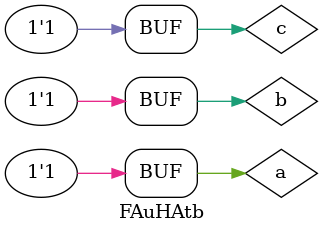
<source format=v>
`timescale 1ns / 1ps


module FAuHAtb(

    );
    
    reg a,b,c;
    wire sum,carr;
    
    FAuHA uut(a,b,c,sum,carr);
    
    initial begin
    
    a=0;    b=0;    c=0;
    #100
    a=0;    b=0;    c=1;
    #100
    a=0;    b=1;    c=0;
    #100
    a=0;    b=1;    c=1;
    #100
    a=1;    b=0;    c=0;
    #100
    a=1;    b=0;    c=1;
    #100
    a=1;    b=1;    c=0;
    #100
    a=1;    b=1;    c=1;
    
    end
    
endmodule

</source>
